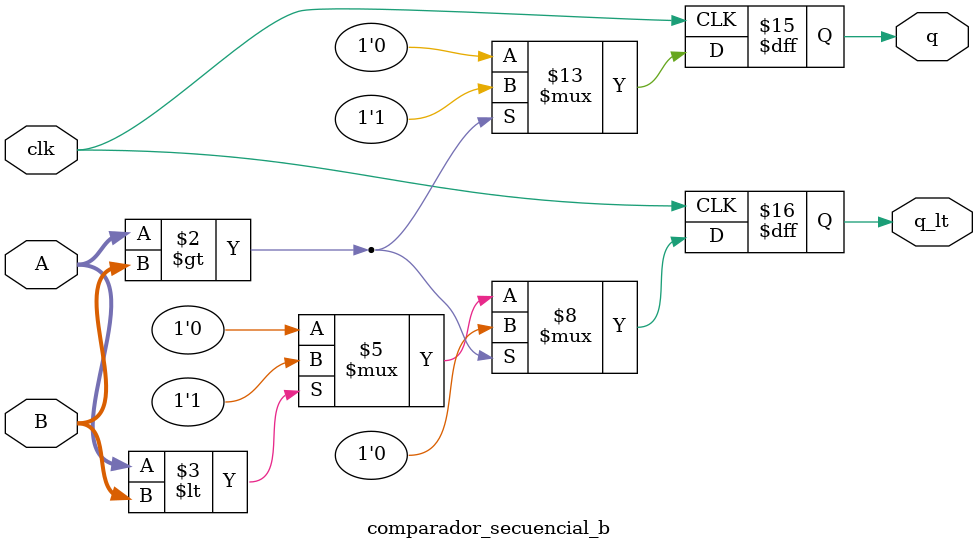
<source format=v>
module comparador_secuencial_b (
    input wire [7:0] A,      // Primer número a comparar
    input wire [7:0] B,      // Segundo número a comparar
    input wire clk,          // Reloj
    output reg q,            // Salida: 1 cuando A > B
    output reg q_lt          // Salida: 1 cuando A < B
);

    always @(posedge clk) begin
        if (A > B) begin
            q <= 1'b1;
            q_lt <= 1'b0;
        end else if (A < B) begin
            q <= 1'b0;
            q_lt <= 1'b1;
        end else begin
            q <= 1'b0;
            q_lt <= 1'b0;
        end
    end

endmodule
</source>
